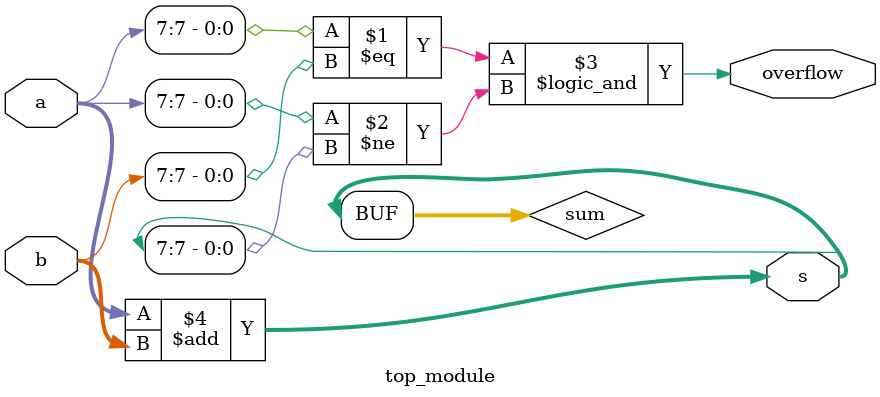
<source format=sv>
module top_module (
    input [7:0] a,
    input [7:0] b,
    output [7:0] s,
    output overflow
);

    wire [7:0] sum;  // wire for the sum of the two inputs

    // assign the 8-bit output 's' to the 8 least significant bits of the sum
    assign s = sum[7:0];

    // assign the overflow output based on the logical expression
    assign overflow = (a[7] == b[7]) && (a[7] != s[7]);

    // adder logic to calculate the sum  of the two inputs
    assign sum = a + b;

endmodule

</source>
